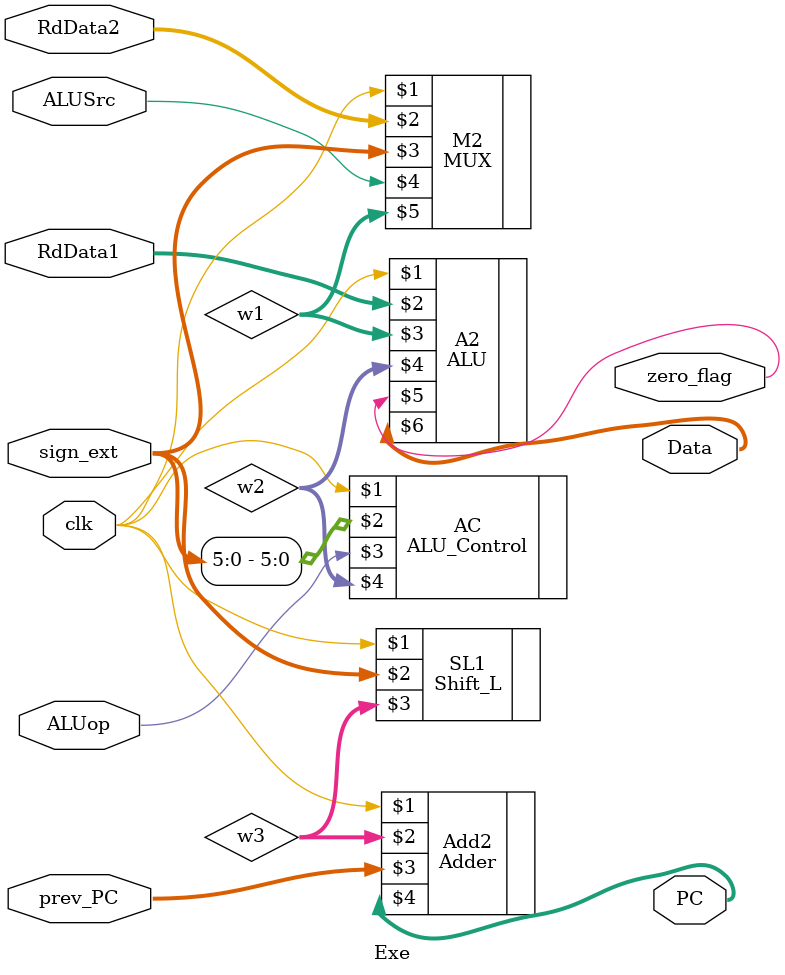
<source format=v>
`timescale 1ns / 1ps


module Exe(
    input clk,
    input [31:0] prev_PC,
    input [31:0] RdData1,
    input [31:0] RdData2,
    input [31:0] sign_ext,
    input ALUSrc,
    input ALUop,
    output [31:0] PC,
    output zero_flag,
    output [31:0] Data
    );
    
    wire [31:0]w1,w3;
    wire [3:0]w2;
    
    ALU A2(clk,RdData1,w1,w2,zero_flag,Data);
    MUX M2(clk,RdData2,sign_ext,ALUSrc,w1);
    ALU_Control AC(clk,sign_ext[5:0],ALUop,w2);
    Shift_L SL1(clk,sign_ext,w3);
    Adder Add2(clk,w3,prev_PC,PC);
    
endmodule

</source>
